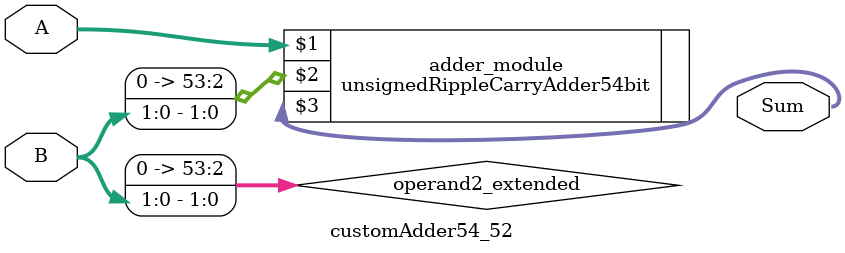
<source format=v>
module customAdder54_52(
                        input [53 : 0] A,
                        input [1 : 0] B,
                        
                        output [54 : 0] Sum
                );

        wire [53 : 0] operand2_extended;
        
        assign operand2_extended =  {52'b0, B};
        
        unsignedRippleCarryAdder54bit adder_module(
            A,
            operand2_extended,
            Sum
        );
        
        endmodule
        
</source>
